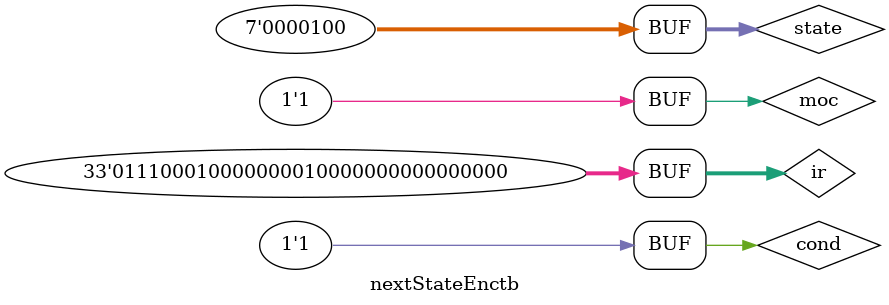
<source format=v>
`timescale 1ns / 100ps 
module nextStateEnctb;
	wire [6:0]nextS;
	reg  cond, moc; 
	reg  [32:0]ir;
	reg [6:0] state;
nextStateEnc nse(cond,moc,state,ir,nextS);	
	initial begin 
		#5 state = 6'd4; ir = 32'b11100010000000010000000000000000;cond=1'b1; moc=1'b1;
	end
	initial 
	$monitor($time, "Current State = %d, Next State = %d", state, nextS); 
endmodule
</source>
